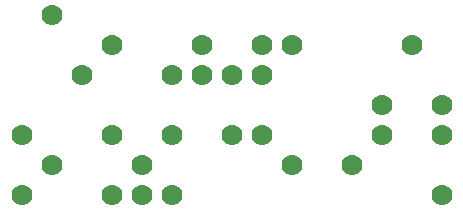
<source format=gtl>
G75*
%MOIN*%
%OFA0B0*%
%FSLAX25Y25*%
%IPPOS*%
%LPD*%
%AMOC8*
5,1,8,0,0,1.08239X$1,22.5*
%
%ADD10C,0.07000*%
D10*
X0011000Y0011000D03*
X0021000Y0021000D03*
X0011000Y0031000D03*
X0041000Y0031000D03*
X0051000Y0021000D03*
X0051000Y0011000D03*
X0041000Y0011000D03*
X0061000Y0011000D03*
X0061000Y0031000D03*
X0081000Y0031000D03*
X0091000Y0031000D03*
X0101000Y0021000D03*
X0121000Y0021000D03*
X0131000Y0031000D03*
X0131000Y0041000D03*
X0151000Y0041000D03*
X0151000Y0031000D03*
X0151000Y0011000D03*
X0091000Y0051000D03*
X0081000Y0051000D03*
X0071000Y0051000D03*
X0061000Y0051000D03*
X0071000Y0061000D03*
X0091000Y0061000D03*
X0101000Y0061000D03*
X0141000Y0061000D03*
X0041000Y0061000D03*
X0031000Y0051000D03*
X0021000Y0071000D03*
M02*

</source>
